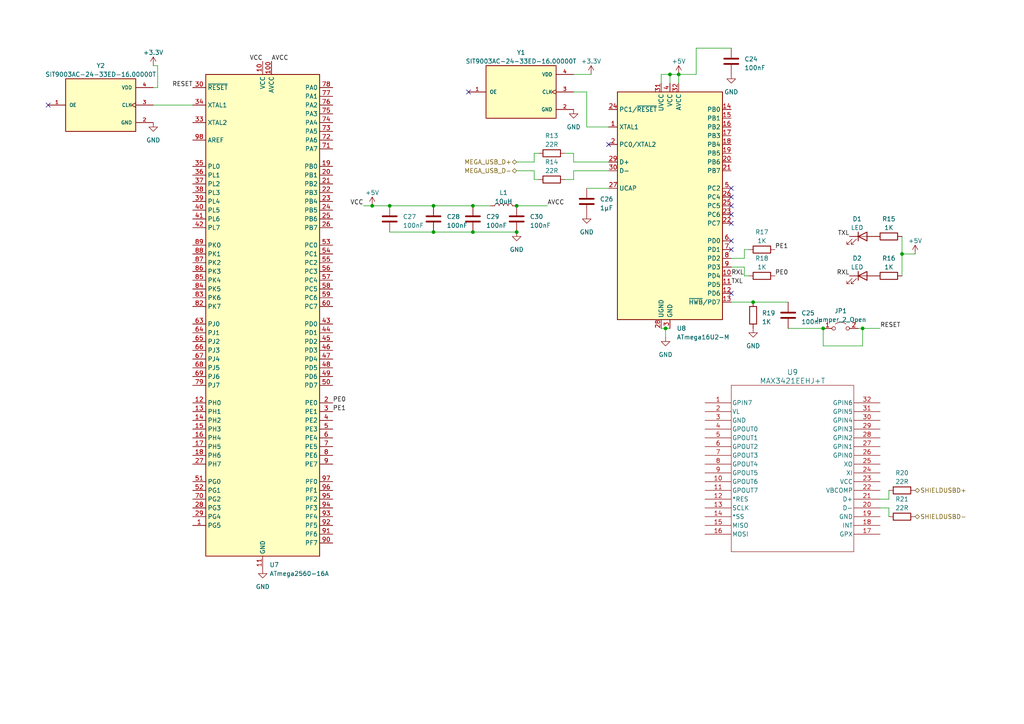
<source format=kicad_sch>
(kicad_sch (version 20230121) (generator eeschema)
  (paper "A4")
  (lib_symbols
    (symbol "Device:C" (pin_numbers hide) (pin_names (offset 0.254))
      (property "Reference" "C" (at 0.635 2.54 0))
      (property "Value" "C" (at 0.635 -2.54 0))
      (symbol "C_0_1"
        (polyline (pts (xy -2.032 -0.762) (xy 2.032 -0.762)) (stroke (width 0.508)))
        (polyline (pts (xy -2.032 0.762) (xy 2.032 0.762)) (stroke (width 0.508)))
      )
      (symbol "C_1_1"
        (pin passive line (at 0 3.81 270) (length 2.794) (name "~") (number "1"))
        (pin passive line (at 0 -3.81 90) (length 2.794) (name "~") (number "2"))
      )
    )
    (symbol "Device:L" (pin_numbers hide) (pin_names (offset 1.016) hide)
      (property "Reference" "L" (at -1.27 0 90))
      (property "Value" "L" (at 1.905 0 90))
      (symbol "L_0_1"
        (arc (start 0 -2.54) (mid 0.6323 -1.905) (end 0 -1.27))
        (arc (start 0 -1.27) (mid 0.6323 -0.635) (end 0 0))
        (arc (start 0 0) (mid 0.6323 0.635) (end 0 1.27))
        (arc (start 0 1.27) (mid 0.6323 1.905) (end 0 2.54))
      )
      (symbol "L_1_1"
        (pin passive line (at 0 3.81 270) (length 1.27) (name "1") (number "1"))
        (pin passive line (at 0 -3.81 90) (length 1.27) (name "2") (number "2"))
      )
    )
    (symbol "Device:LED" (pin_numbers hide) (pin_names (offset 1.016) hide)
      (property "Reference" "D" (at 0 2.54 0))
      (property "Value" "LED" (at 0 -2.54 0))
      (symbol "LED_0_1"
        (polyline (pts (xy -1.27 -1.27) (xy -1.27 1.27)) (stroke (width 0.254)))
        (polyline (pts (xy -1.27 0) (xy 1.27 0)))
        (polyline (pts (xy 1.27 -1.27) (xy 1.27 1.27) (xy -1.27 0) (xy 1.27 -1.27)) (stroke (width 0.254)))
        (polyline (pts (xy -3.048 -0.762) (xy -4.572 -2.286) (xy -3.81 -2.286) (xy -4.572 -2.286) (xy -4.572 -1.524)))
        (polyline (pts (xy -1.778 -0.762) (xy -3.302 -2.286) (xy -2.54 -2.286) (xy -3.302 -2.286) (xy -3.302 -1.524)))
      )
      (symbol "LED_1_1"
        (pin passive line (at -3.81 0 0) (length 2.54) (name "K") (number "1"))
        (pin passive line (at 3.81 0 180) (length 2.54) (name "A") (number "2"))
      )
    )
    (symbol "Device:R" (pin_numbers hide) (pin_names (offset 0))
      (property "Reference" "R" (at 2.032 0 90))
      (property "Value" "R" (at 0 0 90))
      (symbol "R_0_1"
        (rectangle (start -1.016 -2.54) (end 1.016 2.54) (stroke (width 0.254)))
      )
      (symbol "R_1_1"
        (pin passive line (at 0 3.81 270) (length 1.27) (name "~") (number "1"))
        (pin passive line (at 0 -3.81 90) (length 1.27) (name "~") (number "2"))
      )
    )
    (symbol "GP2040-CE-Tester:MAX3421EEHJ+T" (pin_names (offset 0.254))
      (property "Reference" "U" (at 25.4 10.16 0))
      (property "Value" "MAX3421EEHJ+T" (at 25.4 7.62 0))
      (symbol "MAX3421EEHJ+T_0_1"
        (polyline (pts (xy 7.62 -43.18) (xy 43.18 -43.18)) (stroke (width 0.127)))
        (polyline (pts (xy 7.62 5.08) (xy 7.62 -43.18)) (stroke (width 0.127)))
        (polyline (pts (xy 43.18 -43.18) (xy 43.18 5.08)) (stroke (width 0.127)))
        (polyline (pts (xy 43.18 5.08) (xy 7.62 5.08)) (stroke (width 0.127)))
        (pin input line (at 0 0 0) (length 7.62) (name "GPIN7") (number "1"))
        (pin output line (at 0 -22.86 0) (length 7.62) (name "GPOUT6") (number "10"))
        (pin output line (at 0 -25.4 0) (length 7.62) (name "GPOUT7") (number "11"))
        (pin input line (at 0 -27.94 0) (length 7.62) (name "*RES") (number "12"))
        (pin input line (at 0 -30.48 0) (length 7.62) (name "SCLK") (number "13"))
        (pin input line (at 0 -33.02 0) (length 7.62) (name "*SS") (number "14"))
        (pin output line (at 0 -35.56 0) (length 7.62) (name "MISO") (number "15"))
        (pin bidirectional line (at 0 -38.1 0) (length 7.62) (name "MOSI") (number "16"))
        (pin output line (at 50.8 -38.1 180) (length 7.62) (name "GPX") (number "17"))
        (pin output line (at 50.8 -35.56 180) (length 7.62) (name "INT") (number "18"))
        (pin power_out line (at 50.8 -33.02 180) (length 7.62) (name "GND") (number "19"))
        (pin input line (at 0 -2.54 0) (length 7.62) (name "VL") (number "2"))
        (pin bidirectional line (at 50.8 -30.48 180) (length 7.62) (name "D-") (number "20"))
        (pin bidirectional line (at 50.8 -27.94 180) (length 7.62) (name "D+") (number "21"))
        (pin input line (at 50.8 -25.4 180) (length 7.62) (name "VBCOMP") (number "22"))
        (pin power_in line (at 50.8 -22.86 180) (length 7.62) (name "VCC") (number "23"))
        (pin input line (at 50.8 -20.32 180) (length 7.62) (name "XI") (number "24"))
        (pin output line (at 50.8 -17.78 180) (length 7.62) (name "XO") (number "25"))
        (pin input line (at 50.8 -15.24 180) (length 7.62) (name "GPIN0") (number "26"))
        (pin input line (at 50.8 -12.7 180) (length 7.62) (name "GPIN1") (number "27"))
        (pin input line (at 50.8 -10.16 180) (length 7.62) (name "GPIN2") (number "28"))
        (pin input line (at 50.8 -7.62 180) (length 7.62) (name "GPIN3") (number "29"))
        (pin input line (at 0 -5.08 0) (length 7.62) (name "GND") (number "3"))
        (pin input line (at 50.8 -5.08 180) (length 7.62) (name "GPIN4") (number "30"))
        (pin input line (at 50.8 -2.54 180) (length 7.62) (name "GPIN5") (number "31"))
        (pin input line (at 50.8 0 180) (length 7.62) (name "GPIN6") (number "32"))
        (pin output line (at 0 -7.62 0) (length 7.62) (name "GPOUT0") (number "4"))
        (pin output line (at 0 -10.16 0) (length 7.62) (name "GPOUT1") (number "5"))
        (pin output line (at 0 -12.7 0) (length 7.62) (name "GPOUT2") (number "6"))
        (pin output line (at 0 -15.24 0) (length 7.62) (name "GPOUT3") (number "7"))
        (pin output line (at 0 -17.78 0) (length 7.62) (name "GPOUT4") (number "8"))
        (pin output line (at 0 -20.32 0) (length 7.62) (name "GPOUT5") (number "9"))
      )
    )
    (symbol "GP2040-CE-Tester:SIT9003AC-24-33ED-16.00000T" (pin_names (offset 1.016))
      (property "Reference" "Y" (at -10.16 8.128 0))
      (property "Value" "SIT9003AC-24-33ED-16.00000T" (at -10.16 -10.16 0))
      (symbol "SIT9003AC-24-33ED-16.00000T_0_0"
        (rectangle (start -10.16 -7.62) (end 10.16 7.62) (stroke (width 0.254)) (fill (type background)))
        (pin input line (at -15.24 0 0) (length 5.08) (name "OE") (number "1"))
        (pin power_in line (at 15.24 -5.08 180) (length 5.08) (name "GND") (number "2"))
        (pin output clock (at 15.24 0 180) (length 5.08) (name "CLK") (number "3"))
        (pin power_in line (at 15.24 5.08 180) (length 5.08) (name "VDD") (number "4"))
      )
    )
    (symbol "Jumper:Jumper_2_Open" (pin_names (offset 0) hide)
      (property "Reference" "JP" (at 0 2.794 0))
      (property "Value" "Jumper_2_Open" (at 0 -2.286 0))
      (symbol "Jumper_2_Open_0_0"
        (circle (center -2.032 0) (radius 0.508))
        (circle (center 2.032 0) (radius 0.508))
      )
      (symbol "Jumper_2_Open_0_1"
        (arc (start 1.524 1.27) (mid 0 1.778) (end -1.524 1.27))
      )
      (symbol "Jumper_2_Open_1_1"
        (pin passive line (at -5.08 0 0) (length 2.54) (name "A") (number "1"))
        (pin passive line (at 5.08 0 180) (length 2.54) (name "B") (number "2"))
      )
    )
    (symbol "MCU_Microchip_ATmega:ATmega16U2-M"
      (property "Reference" "U" (at -15.24 34.29 0))
      (property "Value" "ATmega16U2-M" (at 2.54 -34.29 0))
      (symbol "ATmega16U2-M_0_1"
        (rectangle (start -15.24 -33.02) (end 15.24 33.02) (stroke (width 0.254)) (fill (type background)))
      )
      (symbol "ATmega16U2-M_1_1"
        (pin input line (at -17.78 22.86 0) (length 2.54) (name "XTAL1") (number "1"))
        (pin bidirectional line (at 17.78 -20.32 180) (length 2.54) (name "PD4") (number "10"))
        (pin bidirectional line (at 17.78 -22.86 180) (length 2.54) (name "PD5") (number "11"))
        (pin bidirectional line (at 17.78 -25.4 180) (length 2.54) (name "PD6") (number "12"))
        (pin bidirectional line (at 17.78 -27.94 180) (length 2.54) (name "~{HWB}/PD7") (number "13"))
        (pin bidirectional line (at 17.78 27.94 180) (length 2.54) (name "PB0") (number "14"))
        (pin bidirectional line (at 17.78 25.4 180) (length 2.54) (name "PB1") (number "15"))
        (pin bidirectional line (at 17.78 22.86 180) (length 2.54) (name "PB2") (number "16"))
        (pin bidirectional line (at 17.78 20.32 180) (length 2.54) (name "PB3") (number "17"))
        (pin bidirectional line (at 17.78 17.78 180) (length 2.54) (name "PB4") (number "18"))
        (pin bidirectional line (at 17.78 15.24 180) (length 2.54) (name "PB5") (number "19"))
        (pin bidirectional line (at -17.78 17.78 0) (length 2.54) (name "PC0/XTAL2") (number "2"))
        (pin bidirectional line (at 17.78 12.7 180) (length 2.54) (name "PB6") (number "20"))
        (pin bidirectional line (at 17.78 10.16 180) (length 2.54) (name "PB7") (number "21"))
        (pin bidirectional line (at 17.78 -5.08 180) (length 2.54) (name "PC7") (number "22"))
        (pin bidirectional line (at 17.78 -2.54 180) (length 2.54) (name "PC6") (number "23"))
        (pin bidirectional line (at -17.78 27.94 0) (length 2.54) (name "PC1/~{RESET}") (number "24"))
        (pin bidirectional line (at 17.78 0 180) (length 2.54) (name "PC5") (number "25"))
        (pin bidirectional line (at 17.78 2.54 180) (length 2.54) (name "PC4") (number "26"))
        (pin passive line (at -17.78 5.08 0) (length 2.54) (name "UCAP") (number "27"))
        (pin power_in line (at -2.54 -35.56 90) (length 2.54) (name "UGND") (number "28"))
        (pin bidirectional line (at -17.78 12.7 0) (length 2.54) (name "D+") (number "29"))
        (pin power_in line (at 0 -35.56 90) (length 2.54) (name "GND") (number "3"))
        (pin bidirectional line (at -17.78 10.16 0) (length 2.54) (name "D-") (number "30"))
        (pin power_in line (at -2.54 35.56 270) (length 2.54) (name "UVCC") (number "31"))
        (pin power_in line (at 2.54 35.56 270) (length 2.54) (name "AVCC") (number "32"))
        (pin passive line (at 0 -35.56 90) (length 2.54) hide (name "GND") (number "33"))
        (pin power_in line (at 0 35.56 270) (length 2.54) (name "VCC") (number "4"))
        (pin bidirectional line (at 17.78 5.08 180) (length 2.54) (name "PC2") (number "5"))
        (pin bidirectional line (at 17.78 -10.16 180) (length 2.54) (name "PD0") (number "6"))
        (pin bidirectional line (at 17.78 -12.7 180) (length 2.54) (name "PD1") (number "7"))
        (pin bidirectional line (at 17.78 -15.24 180) (length 2.54) (name "PD2") (number "8"))
        (pin bidirectional line (at 17.78 -17.78 180) (length 2.54) (name "PD3") (number "9"))
      )
    )
    (symbol "MCU_Microchip_ATmega:ATmega2560-16A"
      (property "Reference" "U" (at 0 1.27 0))
      (property "Value" "ATmega2560-16A" (at 0 -1.27 0))
      (symbol "ATmega2560-16A_0_1"
        (rectangle (start -16.51 -69.85) (end 16.51 69.85) (stroke (width 0.254)) (fill (type background)))
      )
      (symbol "ATmega2560-16A_1_1"
        (pin bidirectional line (at -20.32 -60.96 0) (length 3.81) (name "PG5") (number "1"))
        (pin power_in line (at 0 73.66 270) (length 3.81) (name "VCC") (number "10"))
        (pin power_in line (at 2.54 73.66 270) (length 3.81) (name "AVCC") (number "100"))
        (pin power_in line (at 0 -73.66 90) (length 3.81) (name "GND") (number "11"))
        (pin bidirectional line (at -20.32 -25.4 0) (length 3.81) (name "PH0") (number "12"))
        (pin bidirectional line (at -20.32 -27.94 0) (length 3.81) (name "PH1") (number "13"))
        (pin bidirectional line (at -20.32 -30.48 0) (length 3.81) (name "PH2") (number "14"))
        (pin bidirectional line (at -20.32 -33.02 0) (length 3.81) (name "PH3") (number "15"))
        (pin bidirectional line (at -20.32 -35.56 0) (length 3.81) (name "PH4") (number "16"))
        (pin bidirectional line (at -20.32 -38.1 0) (length 3.81) (name "PH5") (number "17"))
        (pin bidirectional line (at -20.32 -40.64 0) (length 3.81) (name "PH6") (number "18"))
        (pin bidirectional line (at 20.32 43.18 180) (length 3.81) (name "PB0") (number "19"))
        (pin bidirectional line (at 20.32 -25.4 180) (length 3.81) (name "PE0") (number "2"))
        (pin bidirectional line (at 20.32 40.64 180) (length 3.81) (name "PB1") (number "20"))
        (pin bidirectional line (at 20.32 38.1 180) (length 3.81) (name "PB2") (number "21"))
        (pin bidirectional line (at 20.32 35.56 180) (length 3.81) (name "PB3") (number "22"))
        (pin bidirectional line (at 20.32 33.02 180) (length 3.81) (name "PB4") (number "23"))
        (pin bidirectional line (at 20.32 30.48 180) (length 3.81) (name "PB5") (number "24"))
        (pin bidirectional line (at 20.32 27.94 180) (length 3.81) (name "PB6") (number "25"))
        (pin bidirectional line (at 20.32 25.4 180) (length 3.81) (name "PB7") (number "26"))
        (pin bidirectional line (at -20.32 -43.18 0) (length 3.81) (name "PH7") (number "27"))
        (pin bidirectional line (at -20.32 -55.88 0) (length 3.81) (name "PG3") (number "28"))
        (pin bidirectional line (at -20.32 -58.42 0) (length 3.81) (name "PG4") (number "29"))
        (pin bidirectional line (at 20.32 -27.94 180) (length 3.81) (name "PE1") (number "3"))
        (pin input line (at -20.32 66.04 0) (length 3.81) (name "~{RESET}") (number "30"))
        (pin passive line (at 0 73.66 270) (length 3.81) hide (name "VCC") (number "31"))
        (pin passive line (at 0 -73.66 90) (length 3.81) hide (name "GND") (number "32"))
        (pin output line (at -20.32 55.88 0) (length 3.81) (name "XTAL2") (number "33"))
        (pin input line (at -20.32 60.96 0) (length 3.81) (name "XTAL1") (number "34"))
        (pin bidirectional line (at -20.32 43.18 0) (length 3.81) (name "PL0") (number "35"))
        (pin bidirectional line (at -20.32 40.64 0) (length 3.81) (name "PL1") (number "36"))
        (pin bidirectional line (at -20.32 38.1 0) (length 3.81) (name "PL2") (number "37"))
        (pin bidirectional line (at -20.32 35.56 0) (length 3.81) (name "PL3") (number "38"))
        (pin bidirectional line (at -20.32 33.02 0) (length 3.81) (name "PL4") (number "39"))
        (pin bidirectional line (at 20.32 -30.48 180) (length 3.81) (name "PE2") (number "4"))
        (pin bidirectional line (at -20.32 30.48 0) (length 3.81) (name "PL5") (number "40"))
        (pin bidirectional line (at -20.32 27.94 0) (length 3.81) (name "PL6") (number "41"))
        (pin bidirectional line (at -20.32 25.4 0) (length 3.81) (name "PL7") (number "42"))
        (pin bidirectional line (at 20.32 -2.54 180) (length 3.81) (name "PD0") (number "43"))
        (pin bidirectional line (at 20.32 -5.08 180) (length 3.81) (name "PD1") (number "44"))
        (pin bidirectional line (at 20.32 -7.62 180) (length 3.81) (name "PD2") (number "45"))
        (pin bidirectional line (at 20.32 -10.16 180) (length 3.81) (name "PD3") (number "46"))
        (pin bidirectional line (at 20.32 -12.7 180) (length 3.81) (name "PD4") (number "47"))
        (pin bidirectional line (at 20.32 -15.24 180) (length 3.81) (name "PD5") (number "48"))
        (pin bidirectional line (at 20.32 -17.78 180) (length 3.81) (name "PD6") (number "49"))
        (pin bidirectional line (at 20.32 -33.02 180) (length 3.81) (name "PE3") (number "5"))
        (pin bidirectional line (at 20.32 -20.32 180) (length 3.81) (name "PD7") (number "50"))
        (pin bidirectional line (at -20.32 -48.26 0) (length 3.81) (name "PG0") (number "51"))
        (pin bidirectional line (at -20.32 -50.8 0) (length 3.81) (name "PG1") (number "52"))
        (pin bidirectional line (at 20.32 20.32 180) (length 3.81) (name "PC0") (number "53"))
        (pin bidirectional line (at 20.32 17.78 180) (length 3.81) (name "PC1") (number "54"))
        (pin bidirectional line (at 20.32 15.24 180) (length 3.81) (name "PC2") (number "55"))
        (pin bidirectional line (at 20.32 12.7 180) (length 3.81) (name "PC3") (number "56"))
        (pin bidirectional line (at 20.32 10.16 180) (length 3.81) (name "PC4") (number "57"))
        (pin bidirectional line (at 20.32 7.62 180) (length 3.81) (name "PC5") (number "58"))
        (pin bidirectional line (at 20.32 5.08 180) (length 3.81) (name "PC6") (number "59"))
        (pin bidirectional line (at 20.32 -35.56 180) (length 3.81) (name "PE4") (number "6"))
        (pin bidirectional line (at 20.32 2.54 180) (length 3.81) (name "PC7") (number "60"))
        (pin passive line (at 0 73.66 270) (length 3.81) hide (name "VCC") (number "61"))
        (pin passive line (at 0 -73.66 90) (length 3.81) hide (name "GND") (number "62"))
        (pin bidirectional line (at -20.32 -2.54 0) (length 3.81) (name "PJ0") (number "63"))
        (pin bidirectional line (at -20.32 -5.08 0) (length 3.81) (name "PJ1") (number "64"))
        (pin bidirectional line (at -20.32 -7.62 0) (length 3.81) (name "PJ2") (number "65"))
        (pin bidirectional line (at -20.32 -10.16 0) (length 3.81) (name "PJ3") (number "66"))
        (pin bidirectional line (at -20.32 -12.7 0) (length 3.81) (name "PJ4") (number "67"))
        (pin bidirectional line (at -20.32 -15.24 0) (length 3.81) (name "PJ5") (number "68"))
        (pin bidirectional line (at -20.32 -17.78 0) (length 3.81) (name "PJ6") (number "69"))
        (pin bidirectional line (at 20.32 -38.1 180) (length 3.81) (name "PE5") (number "7"))
        (pin bidirectional line (at -20.32 -53.34 0) (length 3.81) (name "PG2") (number "70"))
        (pin bidirectional line (at 20.32 48.26 180) (length 3.81) (name "PA7") (number "71"))
        (pin bidirectional line (at 20.32 50.8 180) (length 3.81) (name "PA6") (number "72"))
        (pin bidirectional line (at 20.32 53.34 180) (length 3.81) (name "PA5") (number "73"))
        (pin bidirectional line (at 20.32 55.88 180) (length 3.81) (name "PA4") (number "74"))
        (pin bidirectional line (at 20.32 58.42 180) (length 3.81) (name "PA3") (number "75"))
        (pin bidirectional line (at 20.32 60.96 180) (length 3.81) (name "PA2") (number "76"))
        (pin bidirectional line (at 20.32 63.5 180) (length 3.81) (name "PA1") (number "77"))
        (pin bidirectional line (at 20.32 66.04 180) (length 3.81) (name "PA0") (number "78"))
        (pin bidirectional line (at -20.32 -20.32 0) (length 3.81) (name "PJ7") (number "79"))
        (pin bidirectional line (at 20.32 -40.64 180) (length 3.81) (name "PE6") (number "8"))
        (pin passive line (at 0 73.66 270) (length 3.81) hide (name "VCC") (number "80"))
        (pin passive line (at 0 -73.66 90) (length 3.81) hide (name "GND") (number "81"))
        (pin bidirectional line (at -20.32 2.54 0) (length 3.81) (name "PK7") (number "82"))
        (pin bidirectional line (at -20.32 5.08 0) (length 3.81) (name "PK6") (number "83"))
        (pin bidirectional line (at -20.32 7.62 0) (length 3.81) (name "PK5") (number "84"))
        (pin bidirectional line (at -20.32 10.16 0) (length 3.81) (name "PK4") (number "85"))
        (pin bidirectional line (at -20.32 12.7 0) (length 3.81) (name "PK3") (number "86"))
        (pin bidirectional line (at -20.32 15.24 0) (length 3.81) (name "PK2") (number "87"))
        (pin bidirectional line (at -20.32 17.78 0) (length 3.81) (name "PK1") (number "88"))
        (pin bidirectional line (at -20.32 20.32 0) (length 3.81) (name "PK0") (number "89"))
        (pin bidirectional line (at 20.32 -43.18 180) (length 3.81) (name "PE7") (number "9"))
        (pin bidirectional line (at 20.32 -66.04 180) (length 3.81) (name "PF7") (number "90"))
        (pin bidirectional line (at 20.32 -63.5 180) (length 3.81) (name "PF6") (number "91"))
        (pin bidirectional line (at 20.32 -60.96 180) (length 3.81) (name "PF5") (number "92"))
        (pin bidirectional line (at 20.32 -58.42 180) (length 3.81) (name "PF4") (number "93"))
        (pin bidirectional line (at 20.32 -55.88 180) (length 3.81) (name "PF3") (number "94"))
        (pin bidirectional line (at 20.32 -53.34 180) (length 3.81) (name "PF2") (number "95"))
        (pin bidirectional line (at 20.32 -50.8 180) (length 3.81) (name "PF1") (number "96"))
        (pin bidirectional line (at 20.32 -48.26 180) (length 3.81) (name "PF0") (number "97"))
        (pin passive line (at -20.32 50.8 0) (length 3.81) (name "AREF") (number "98"))
        (pin passive line (at 0 -73.66 90) (length 3.81) hide (name "GND") (number "99"))
      )
    )
    (symbol "power:+3.3V" (power) (pin_names (offset 0))
      (property "Value" "+3.3V" (at 0 3.556 0))
      (symbol "+3.3V_0_1"
        (polyline (pts (xy -0.762 1.27) (xy 0 2.54)))
        (polyline (pts (xy 0 0) (xy 0 2.54)))
        (polyline (pts (xy 0 2.54) (xy 0.762 1.27)))
      )
      (symbol "+3.3V_1_1"
        (pin power_in line (at 0 0 90) (length 0) hide (name "+3.3V") (number "1"))
      )
    )
    (symbol "power:+5V" (power) (pin_names (offset 0))
      (property "Value" "+5V" (at 0 3.556 0))
      (symbol "+5V_0_1"
        (polyline (pts (xy -0.762 1.27) (xy 0 2.54)))
        (polyline (pts (xy 0 0) (xy 0 2.54)))
        (polyline (pts (xy 0 2.54) (xy 0.762 1.27)))
      )
      (symbol "+5V_1_1"
        (pin power_in line (at 0 0 90) (length 0) hide (name "+5V") (number "1"))
      )
    )
    (symbol "power:GND" (power) (pin_names (offset 0))
      (property "Value" "GND" (at 0 -3.81 0))
      (symbol "GND_0_1"
        (polyline (pts (xy 0 0) (xy 0 -1.27) (xy 1.27 -1.27) (xy 0 -2.54) (xy -1.27 -1.27) (xy 0 -1.27)))
      )
      (symbol "GND_1_1"
        (pin power_in line (at 0 0 270) (length 0) hide (name "GND") (number "1"))
      )
    )
  )
  (junction (at 250.19 95.25))
  (junction (at 194.31 21.59))
  (junction (at 238.76 95.25))
  (junction (at 149.86 67.31))
  (junction (at 149.86 59.69))
  (junction (at 113.03 59.69))
  (junction (at 107.95 59.69))
  (junction (at 193.04 95.25))
  (junction (at 196.85 21.59))
  (junction (at 137.16 59.69))
  (junction (at 137.16 67.31))
  (junction (at 125.73 59.69))
  (junction (at 261.62 73.66))
  (junction (at 218.44 87.63))
  (junction (at 125.73 67.31))
  (no_connect (at 212.09 69.85))
  (no_connect (at 212.09 54.61))
  (no_connect (at 212.09 85.09))
  (no_connect (at 212.09 57.15))
  (no_connect (at 212.09 59.69))
  (no_connect (at 212.09 62.23))
  (no_connect (at 13.97 30.48))
  (no_connect (at 212.09 64.77))
  (no_connect (at 135.89 26.67))
  (no_connect (at 176.53 41.91))
  (no_connect (at 212.09 72.39))
  (wire (pts (xy 105.41 59.69) (xy 107.95 59.69)))
  (wire (pts (xy 154.94 44.45) (xy 156.21 44.45)))
  (wire (pts (xy 107.95 59.69) (xy 113.03 59.69)))
  (wire (pts (xy 191.77 95.25) (xy 193.04 95.25)))
  (wire (pts (xy 163.83 52.07) (xy 166.37 52.07)))
  (wire (pts (xy 154.94 49.53) (xy 149.86 49.53)))
  (wire (pts (xy 45.72 25.4) (xy 44.45 25.4)))
  (wire (pts (xy 154.94 46.99) (xy 149.86 46.99)))
  (wire (pts (xy 215.9 80.01) (xy 217.17 80.01)))
  (wire (pts (xy 125.73 67.31) (xy 137.16 67.31)))
  (wire (pts (xy 250.19 100.33) (xy 250.19 95.25)))
  (wire (pts (xy 201.93 13.97) (xy 212.09 13.97)))
  (wire (pts (xy 113.03 67.31) (xy 125.73 67.31)))
  (wire (pts (xy 228.6 95.25) (xy 238.76 95.25)))
  (wire (pts (xy 113.03 59.69) (xy 125.73 59.69)))
  (wire (pts (xy 166.37 44.45) (xy 166.37 46.99)))
  (wire (pts (xy 154.94 52.07) (xy 154.94 49.53)))
  (wire (pts (xy 166.37 46.99) (xy 176.53 46.99)))
  (wire (pts (xy 176.53 36.83) (xy 170.18 36.83)))
  (wire (pts (xy 196.85 21.59) (xy 196.85 24.13)))
  (wire (pts (xy 215.9 80.01) (xy 215.9 77.47)))
  (wire (pts (xy 149.86 59.69) (xy 158.75 59.69)))
  (wire (pts (xy 137.16 67.31) (xy 149.86 67.31)))
  (wire (pts (xy 201.93 21.59) (xy 201.93 13.97)))
  (wire (pts (xy 166.37 52.07) (xy 166.37 49.53)))
  (wire (pts (xy 44.45 30.48) (xy 55.88 30.48)))
  (wire (pts (xy 212.09 87.63) (xy 218.44 87.63)))
  (wire (pts (xy 261.62 73.66) (xy 261.62 80.01)))
  (wire (pts (xy 194.31 24.13) (xy 194.31 21.59)))
  (wire (pts (xy 250.19 95.25) (xy 248.92 95.25)))
  (wire (pts (xy 257.81 142.24) (xy 257.81 144.78)))
  (wire (pts (xy 257.81 144.78) (xy 255.27 144.78)))
  (wire (pts (xy 163.83 44.45) (xy 166.37 44.45)))
  (wire (pts (xy 215.9 72.39) (xy 217.17 72.39)))
  (wire (pts (xy 154.94 52.07) (xy 156.21 52.07)))
  (wire (pts (xy 215.9 77.47) (xy 212.09 77.47)))
  (wire (pts (xy 154.94 44.45) (xy 154.94 46.99)))
  (wire (pts (xy 257.81 147.32) (xy 255.27 147.32)))
  (wire (pts (xy 170.18 26.67) (xy 166.37 26.67)))
  (wire (pts (xy 170.18 54.61) (xy 176.53 54.61)))
  (wire (pts (xy 194.31 21.59) (xy 196.85 21.59)))
  (wire (pts (xy 166.37 49.53) (xy 176.53 49.53)))
  (wire (pts (xy 45.72 19.05) (xy 45.72 25.4)))
  (wire (pts (xy 191.77 21.59) (xy 194.31 21.59)))
  (wire (pts (xy 193.04 95.25) (xy 194.31 95.25)))
  (wire (pts (xy 137.16 59.69) (xy 142.24 59.69)))
  (wire (pts (xy 44.45 19.05) (xy 45.72 19.05)))
  (wire (pts (xy 265.43 73.66) (xy 261.62 73.66)))
  (wire (pts (xy 238.76 95.25) (xy 238.76 100.33)))
  (wire (pts (xy 257.81 149.86) (xy 257.81 147.32)))
  (wire (pts (xy 171.45 21.59) (xy 166.37 21.59)))
  (wire (pts (xy 215.9 74.93) (xy 212.09 74.93)))
  (wire (pts (xy 238.76 100.33) (xy 250.19 100.33)))
  (wire (pts (xy 193.04 97.79) (xy 193.04 95.25)))
  (wire (pts (xy 125.73 59.69) (xy 137.16 59.69)))
  (wire (pts (xy 261.62 68.58) (xy 261.62 73.66)))
  (wire (pts (xy 218.44 87.63) (xy 228.6 87.63)))
  (wire (pts (xy 170.18 36.83) (xy 170.18 26.67)))
  (wire (pts (xy 191.77 24.13) (xy 191.77 21.59)))
  (wire (pts (xy 215.9 72.39) (xy 215.9 74.93)))
  (wire (pts (xy 250.19 95.25) (xy 255.27 95.25)))
  (wire (pts (xy 196.85 21.59) (xy 201.93 21.59)))
  (label "TXL" (at 212.09 82.55 0))
  (label "PE0" (at 96.52 116.84 0))
  (label "PE1" (at 96.52 119.38 0))
  (label "RXL" (at 212.09 80.01 0))
  (label "RESET" (at 55.88 25.4 180))
  (label "PE1" (at 224.79 72.39 0))
  (label "VCC" (at 105.41 59.69 180))
  (label "AVCC" (at 78.74 17.78 0))
  (label "AVCC" (at 158.75 59.69 0))
  (label "RESET" (at 255.27 95.25 0))
  (label "VCC" (at 76.2 17.78 180))
  (label "RXL" (at 246.38 80.01 180))
  (label "TXL" (at 246.38 68.58 180))
  (label "PE0" (at 224.79 80.01 0))
  (hierarchical_label "MEGA_USB_D+" (shape bidirectional) (at 149.86 46.99 180))
  (hierarchical_label "SHIELDUSBD+" (shape bidirectional) (at 265.43 142.24 0))
  (hierarchical_label "MEGA_USB_D-" (shape bidirectional) (at 149.86 49.53 180))
  (hierarchical_label "SHIELDUSBD-" (shape bidirectional) (at 265.43 149.86 0))
  (symbol (lib_id "Device:R") (at 220.98 72.39 90) (unit 1)
    (property "Reference" "R17" (at 220.98 67.31 90))
    (property "Value" "1K" (at 220.98 69.85 90))
    (property "Footprint" "Resistor_SMD:R_0603_1608Metric" (effects hide))
  )
  (symbol (lib_id "Device:R") (at 261.62 149.86 90) (unit 1)
    (property "Reference" "R21" (at 261.62 144.78 90))
    (property "Value" "22R" (at 261.62 147.32 90))
    (property "Footprint" "Resistor_SMD:R_0603_1608Metric" (effects hide))
  )
  (symbol (lib_id "Device:L") (at 146.05 59.69 90) (unit 1)
    (property "Reference" "L1" (at 146.05 55.88 90))
    (property "Value" "10uH" (at 146.05 58.42 90))
    (property "Footprint" "Inductor_SMD:L_0603_1608Metric" (effects hide))
  )
  (symbol (lib_id "power:+3.3V") (at 171.45 21.59 0) (unit 1)
    (property "Reference" "#PWR053" (effects hide))
    (property "Value" "+3.3V" (at 171.45 17.78 0))
  )
  (symbol (lib_id "Device:C") (at 228.6 91.44 0) (unit 1)
    (property "Reference" "C25" (at 232.41 90.805 0) (effects (justify left)))
    (property "Value" "100nF" (at 232.41 93.345 0) (effects (justify left)))
    (property "Footprint" "Capacitor_SMD:C_0603_1608Metric" (effects hide))
  )
  (symbol (lib_id "power:GND") (at 166.37 31.75 0) (unit 1)
    (property "Reference" "#PWR052" (effects hide))
    (property "Value" "GND" (at 166.37 36.83 0))
  )
  (symbol (lib_id "power:GND") (at 149.86 67.31 0) (unit 1)
    (property "Reference" "#PWR058" (effects hide))
    (property "Value" "GND" (at 149.86 72.39 0))
  )
  (symbol (lib_id "Device:LED") (at 250.19 68.58 0) (unit 1)
    (property "Reference" "D1" (at 248.6025 63.5 0))
    (property "Value" "LED" (at 248.6025 66.04 0))
    (property "Footprint" "LED_SMD:LED_0603_1608Metric" (effects hide))
  )
  (symbol (lib_id "power:+3.3V") (at 44.45 19.05 0) (unit 1)
    (property "Reference" "#PWR056" (effects hide))
    (property "Value" "+3.3V" (at 44.45 15.24 0))
  )
  (symbol (lib_id "Jumper:Jumper_2_Open") (at 243.84 95.25 0) (unit 1)
    (property "Reference" "JP1" (at 243.84 90.17 0))
    (property "Value" "Jumper_2_Open" (at 243.84 92.71 0))
    (property "Footprint" "Jumper:SolderJumper-2_P1.3mm_Open_TrianglePad1.0x1.5mm" (effects hide))
  )
  (symbol (lib_id "Device:R") (at 160.02 52.07 90) (unit 1)
    (property "Reference" "R14" (at 160.02 46.99 90))
    (property "Value" "22R" (at 160.02 49.53 90))
    (property "Footprint" "Resistor_SMD:R_0603_1608Metric" (effects hide))
  )
  (symbol (lib_id "GP2040-CE-Tester:MAX3421EEHJ+T") (at 204.47 116.84 0) (unit 1)
    (property "Reference" "U9" (at 229.87 107.95 0) (effects (font (size 1.524 1.524))))
    (property "Value" "MAX3421EEHJ+T" (at 229.87 110.49 0) (effects (font (size 1.524 1.524))))
    (property "Footprint" "GP2040-CE-Tester:MAX3421EEHJ+T" (effects hide))
    (property "Datasheet" "MAX3421EEHJ+T" (effects hide))
  )
  (symbol (lib_id "Device:C") (at 125.73 63.5 0) (unit 1)
    (property "Reference" "C28" (at 129.54 62.865 0) (effects (justify left)))
    (property "Value" "100nF" (at 129.54 65.405 0) (effects (justify left)))
    (property "Footprint" "Capacitor_SMD:C_0603_1608Metric" (effects hide))
  )
  (symbol (lib_id "Device:LED") (at 250.19 80.01 0) (unit 1)
    (property "Reference" "D2" (at 248.6025 74.93 0))
    (property "Value" "LED" (at 248.6025 77.47 0))
    (property "Footprint" "LED_SMD:LED_0603_1608Metric" (effects hide))
  )
  (symbol (lib_id "MCU_Microchip_ATmega:ATmega2560-16A") (at 76.2 91.44 0) (unit 1)
    (property "Reference" "U7" (at 78.1559 163.83 0) (effects (justify left)))
    (property "Value" "ATmega2560-16A" (at 78.1559 166.37 0) (effects (justify left)))
    (property "Footprint" "Package_QFP:TQFP-100_14x14mm_P0.5mm" (effects hide))
    (property "Datasheet" "http://ww1.microchip.com/downloads/en/DeviceDoc/Atmel-2549-8-bit-AVR-Microcontroller-ATmega640-1280-1281-2560-2561_datasheet.pdf" (effects hide))
  )
  (symbol (lib_id "Device:R") (at 218.44 91.44 0) (unit 1)
    (property "Reference" "R19" (at 220.98 90.805 0) (effects (justify left)))
    (property "Value" "1K" (at 220.98 93.345 0) (effects (justify left)))
    (property "Footprint" "Resistor_SMD:R_0603_1608Metric" (effects hide))
  )
  (symbol (lib_id "Device:R") (at 257.81 68.58 90) (unit 1)
    (property "Reference" "R15" (at 257.81 63.5 90))
    (property "Value" "1K" (at 257.81 66.04 90))
    (property "Footprint" "Resistor_SMD:R_0603_1608Metric" (effects hide))
  )
  (symbol (lib_id "power:GND") (at 193.04 97.79 0) (unit 1)
    (property "Reference" "#PWR049" (effects hide))
    (property "Value" "GND" (at 193.04 102.87 0))
  )
  (symbol (lib_id "power:GND") (at 218.44 95.25 0) (unit 1)
    (property "Reference" "#PWR051" (effects hide))
    (property "Value" "GND" (at 218.44 100.33 0))
  )
  (symbol (lib_id "power:GND") (at 44.45 35.56 0) (unit 1)
    (property "Reference" "#PWR055" (effects hide))
    (property "Value" "GND" (at 44.45 40.64 0))
  )
  (symbol (lib_id "Device:C") (at 137.16 63.5 0) (unit 1)
    (property "Reference" "C29" (at 140.97 62.865 0) (effects (justify left)))
    (property "Value" "100nF" (at 140.97 65.405 0) (effects (justify left)))
    (property "Footprint" "Capacitor_SMD:C_0603_1608Metric" (effects hide))
  )
  (symbol (lib_id "power:+5V") (at 196.85 21.59 0) (unit 1)
    (property "Reference" "#PWR047" (effects hide))
    (property "Value" "+5V" (at 196.85 17.78 0))
  )
  (symbol (lib_id "Device:C") (at 113.03 63.5 0) (unit 1)
    (property "Reference" "C27" (at 116.84 62.865 0) (effects (justify left)))
    (property "Value" "100nF" (at 116.84 65.405 0) (effects (justify left)))
    (property "Footprint" "Capacitor_SMD:C_0603_1608Metric" (effects hide))
  )
  (symbol (lib_id "Device:R") (at 257.81 80.01 90) (unit 1)
    (property "Reference" "R16" (at 257.81 74.93 90))
    (property "Value" "1K" (at 257.81 77.47 90))
    (property "Footprint" "Resistor_SMD:R_0603_1608Metric" (effects hide))
  )
  (symbol (lib_id "Device:R") (at 160.02 44.45 270) (unit 1)
    (property "Reference" "R13" (at 160.02 39.37 90))
    (property "Value" "22R" (at 160.02 41.91 90))
    (property "Footprint" "Resistor_SMD:R_0603_1608Metric" (effects hide))
  )
  (symbol (lib_id "Device:C") (at 212.09 17.78 0) (unit 1)
    (property "Reference" "C24" (at 215.9 17.145 0) (effects (justify left)))
    (property "Value" "100nF" (at 215.9 19.685 0) (effects (justify left)))
    (property "Footprint" "Capacitor_SMD:C_0603_1608Metric" (effects hide))
  )
  (symbol (lib_id "power:GND") (at 76.2 165.1 0) (unit 1)
    (property "Reference" "#PWR059" (effects hide))
    (property "Value" "GND" (at 76.2 170.18 0))
  )
  (symbol (lib_id "Device:R") (at 220.98 80.01 90) (unit 1)
    (property "Reference" "R18" (at 220.98 74.93 90))
    (property "Value" "1K" (at 220.98 77.47 90))
    (property "Footprint" "Resistor_SMD:R_0603_1608Metric" (effects hide))
  )
  (symbol (lib_id "power:GND") (at 212.09 21.59 0) (unit 1)
    (property "Reference" "#PWR048" (effects hide))
    (property "Value" "GND" (at 212.09 26.67 0))
  )
  (symbol (lib_id "power:+5V") (at 265.43 73.66 0) (unit 1)
    (property "Reference" "#PWR050" (effects hide))
    (property "Value" "+5V" (at 265.43 69.85 0))
  )
  (symbol (lib_id "Device:C") (at 149.86 63.5 0) (unit 1)
    (property "Reference" "C30" (at 153.67 62.865 0) (effects (justify left)))
    (property "Value" "100nF" (at 153.67 65.405 0) (effects (justify left)))
    (property "Footprint" "Capacitor_SMD:C_0603_1608Metric" (effects hide))
  )
  (symbol (lib_id "power:+5V") (at 107.95 59.69 0) (unit 1)
    (property "Reference" "#PWR057" (effects hide))
    (property "Value" "+5V" (at 107.95 55.88 0))
  )
  (symbol (lib_id "GP2040-CE-Tester:SIT9003AC-24-33ED-16.00000T") (at 151.13 26.67 0) (unit 1)
    (property "Reference" "Y1" (at 151.13 15.24 0))
    (property "Value" "SIT9003AC-24-33ED-16.00000T" (at 151.13 17.78 0))
    (property "Footprint" "GP2040-CE-Tester:SIT9003AC-24-33ED-16.00000T" (effects hide))
    (property "MAXIMUM_PACKAGE_HEIGHT" "0.8 mm" (effects hide))
    (property "MANUFACTURER" "SITIME" (effects hide))
    (property "PARTREV" "NA" (effects hide))
    (property "STANDARD" "Manufacturer Recommendations" (effects hide))
  )
  (symbol (lib_id "Device:R") (at 261.62 142.24 90) (unit 1)
    (property "Reference" "R20" (at 261.62 137.16 90))
    (property "Value" "22R" (at 261.62 139.7 90))
    (property "Footprint" "Resistor_SMD:R_0603_1608Metric" (effects hide))
  )
  (symbol (lib_id "MCU_Microchip_ATmega:ATmega16U2-M") (at 194.31 59.69 0) (unit 1)
    (property "Reference" "U8" (at 196.2659 95.25 0) (effects (justify left)))
    (property "Value" "ATmega16U2-M" (at 196.2659 97.79 0) (effects (justify left)))
    (property "Footprint" "Package_DFN_QFN:QFN-32-1EP_5x5mm_P0.5mm_EP3.1x3.1mm" (effects hide))
    (property "Datasheet" "http://ww1.microchip.com/downloads/en/DeviceDoc/doc7799.pdf" (effects hide))
  )
  (symbol (lib_id "GP2040-CE-Tester:SIT9003AC-24-33ED-16.00000T") (at 29.21 30.48 0) (unit 1)
    (property "Reference" "Y2" (at 29.21 19.05 0))
    (property "Value" "SIT9003AC-24-33ED-16.00000T" (at 29.21 21.59 0))
    (property "Footprint" "GP2040-CE-Tester:SIT9003AC-24-33ED-16.00000T" (effects hide))
    (property "MAXIMUM_PACKAGE_HEIGHT" "0.8 mm" (effects hide))
    (property "MANUFACTURER" "SITIME" (effects hide))
    (property "PARTREV" "NA" (effects hide))
    (property "STANDARD" "Manufacturer Recommendations" (effects hide))
  )
  (symbol (lib_id "Device:C") (at 170.18 58.42 0) (unit 1)
    (property "Reference" "C26" (at 173.99 57.785 0) (effects (justify left)))
    (property "Value" "1μF" (at 173.99 60.325 0) (effects (justify left)))
    (property "Footprint" "Capacitor_SMD:C_0603_1608Metric" (effects hide))
  )
  (symbol (lib_id "power:GND") (at 170.18 62.23 0) (unit 1)
    (property "Reference" "#PWR054" (effects hide))
    (property "Value" "GND" (at 170.18 67.31 0))
  )
)
</source>
